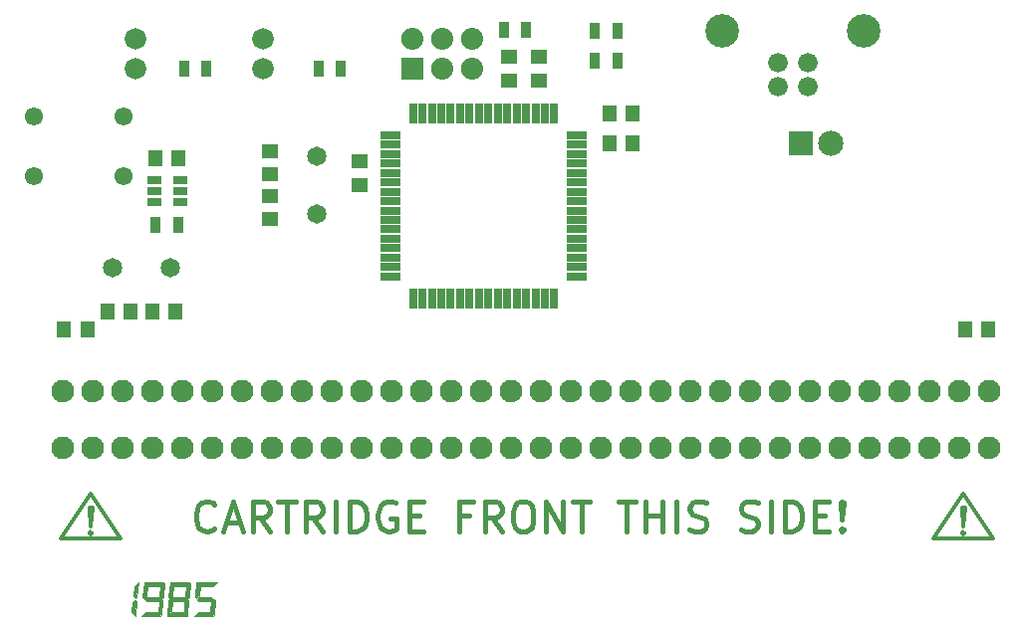
<source format=gbr>
G04 #@! TF.GenerationSoftware,KiCad,Pcbnew,(2017-02-04 revision 9a6e5734b)-master*
G04 #@! TF.CreationDate,2017-03-24T17:35:15+01:00*
G04 #@! TF.ProjectId,mega-prog,6D6567612D70726F672E6B696361645F,Proto 1*
G04 #@! TF.FileFunction,Soldermask,Top*
G04 #@! TF.FilePolarity,Negative*
%FSLAX46Y46*%
G04 Gerber Fmt 4.6, Leading zero omitted, Abs format (unit mm)*
G04 Created by KiCad (PCBNEW (2017-02-04 revision 9a6e5734b)-master) date Fri Mar 24 17:35:15 2017*
%MOMM*%
%LPD*%
G01*
G04 APERTURE LIST*
%ADD10C,0.100000*%
%ADD11C,0.304800*%
%ADD12C,0.457200*%
%ADD13C,0.010000*%
%ADD14R,0.652400X1.652400*%
%ADD15R,1.652400X0.652400*%
%ADD16C,1.676400*%
%ADD17C,2.852420*%
%ADD18C,1.549400*%
%ADD19R,1.402400X1.152400*%
%ADD20C,1.930400*%
%ADD21R,1.152400X1.402400*%
%ADD22C,1.828800*%
%ADD23R,0.852400X1.452400*%
%ADD24C,1.653540*%
%ADD25R,2.151380X2.151380*%
%ADD26C,2.151380*%
%ADD27R,1.879600X1.879600*%
%ADD28O,1.879600X1.879600*%
%ADD29R,1.212400X0.802400*%
G04 APERTURE END LIST*
D10*
D11*
X184150000Y-110617000D02*
G75*
G03X184150000Y-110617000I-127000J0D01*
G01*
X184023000Y-110109000D02*
X183896000Y-108458000D01*
X184150000Y-108458000D02*
X184023000Y-110109000D01*
X183896000Y-108458000D02*
X184150000Y-108458000D01*
X181483000Y-111125000D02*
X186563000Y-111125000D01*
X184023000Y-107315000D02*
X181483000Y-111125000D01*
X186563000Y-111125000D02*
X184023000Y-107315000D01*
X109982000Y-110617000D02*
G75*
G03X109982000Y-110617000I-127000J0D01*
G01*
X109855000Y-110109000D02*
X109728000Y-108458000D01*
X109982000Y-108458000D02*
X109855000Y-110109000D01*
X109728000Y-108458000D02*
X109982000Y-108458000D01*
X109855000Y-107315000D02*
X107315000Y-111125000D01*
X112395000Y-111125000D02*
X109855000Y-107315000D01*
X107315000Y-111125000D02*
X112395000Y-111125000D01*
D12*
X120359714Y-110254142D02*
X120238761Y-110375095D01*
X119875904Y-110496047D01*
X119634000Y-110496047D01*
X119271142Y-110375095D01*
X119029238Y-110133190D01*
X118908285Y-109891285D01*
X118787333Y-109407476D01*
X118787333Y-109044619D01*
X118908285Y-108560809D01*
X119029238Y-108318904D01*
X119271142Y-108077000D01*
X119634000Y-107956047D01*
X119875904Y-107956047D01*
X120238761Y-108077000D01*
X120359714Y-108197952D01*
X121327333Y-109770333D02*
X122536857Y-109770333D01*
X121085428Y-110496047D02*
X121932095Y-107956047D01*
X122778761Y-110496047D01*
X125076857Y-110496047D02*
X124230190Y-109286523D01*
X123625428Y-110496047D02*
X123625428Y-107956047D01*
X124593047Y-107956047D01*
X124834952Y-108077000D01*
X124955904Y-108197952D01*
X125076857Y-108439857D01*
X125076857Y-108802714D01*
X124955904Y-109044619D01*
X124834952Y-109165571D01*
X124593047Y-109286523D01*
X123625428Y-109286523D01*
X125802571Y-107956047D02*
X127254000Y-107956047D01*
X126528285Y-110496047D02*
X126528285Y-107956047D01*
X129552095Y-110496047D02*
X128705428Y-109286523D01*
X128100666Y-110496047D02*
X128100666Y-107956047D01*
X129068285Y-107956047D01*
X129310190Y-108077000D01*
X129431142Y-108197952D01*
X129552095Y-108439857D01*
X129552095Y-108802714D01*
X129431142Y-109044619D01*
X129310190Y-109165571D01*
X129068285Y-109286523D01*
X128100666Y-109286523D01*
X130640666Y-110496047D02*
X130640666Y-107956047D01*
X131850190Y-110496047D02*
X131850190Y-107956047D01*
X132454952Y-107956047D01*
X132817809Y-108077000D01*
X133059714Y-108318904D01*
X133180666Y-108560809D01*
X133301619Y-109044619D01*
X133301619Y-109407476D01*
X133180666Y-109891285D01*
X133059714Y-110133190D01*
X132817809Y-110375095D01*
X132454952Y-110496047D01*
X131850190Y-110496047D01*
X135720666Y-108077000D02*
X135478761Y-107956047D01*
X135115904Y-107956047D01*
X134753047Y-108077000D01*
X134511142Y-108318904D01*
X134390190Y-108560809D01*
X134269238Y-109044619D01*
X134269238Y-109407476D01*
X134390190Y-109891285D01*
X134511142Y-110133190D01*
X134753047Y-110375095D01*
X135115904Y-110496047D01*
X135357809Y-110496047D01*
X135720666Y-110375095D01*
X135841619Y-110254142D01*
X135841619Y-109407476D01*
X135357809Y-109407476D01*
X136930190Y-109165571D02*
X137776857Y-109165571D01*
X138139714Y-110496047D02*
X136930190Y-110496047D01*
X136930190Y-107956047D01*
X138139714Y-107956047D01*
X142010190Y-109165571D02*
X141163523Y-109165571D01*
X141163523Y-110496047D02*
X141163523Y-107956047D01*
X142373047Y-107956047D01*
X144792095Y-110496047D02*
X143945428Y-109286523D01*
X143340666Y-110496047D02*
X143340666Y-107956047D01*
X144308285Y-107956047D01*
X144550190Y-108077000D01*
X144671142Y-108197952D01*
X144792095Y-108439857D01*
X144792095Y-108802714D01*
X144671142Y-109044619D01*
X144550190Y-109165571D01*
X144308285Y-109286523D01*
X143340666Y-109286523D01*
X146364476Y-107956047D02*
X146848285Y-107956047D01*
X147090190Y-108077000D01*
X147332095Y-108318904D01*
X147453047Y-108802714D01*
X147453047Y-109649380D01*
X147332095Y-110133190D01*
X147090190Y-110375095D01*
X146848285Y-110496047D01*
X146364476Y-110496047D01*
X146122571Y-110375095D01*
X145880666Y-110133190D01*
X145759714Y-109649380D01*
X145759714Y-108802714D01*
X145880666Y-108318904D01*
X146122571Y-108077000D01*
X146364476Y-107956047D01*
X148541619Y-110496047D02*
X148541619Y-107956047D01*
X149993047Y-110496047D01*
X149993047Y-107956047D01*
X150839714Y-107956047D02*
X152291142Y-107956047D01*
X151565428Y-110496047D02*
X151565428Y-107956047D01*
X154710190Y-107956047D02*
X156161619Y-107956047D01*
X155435904Y-110496047D02*
X155435904Y-107956047D01*
X157008285Y-110496047D02*
X157008285Y-107956047D01*
X157008285Y-109165571D02*
X158459714Y-109165571D01*
X158459714Y-110496047D02*
X158459714Y-107956047D01*
X159669238Y-110496047D02*
X159669238Y-107956047D01*
X160757809Y-110375095D02*
X161120666Y-110496047D01*
X161725428Y-110496047D01*
X161967333Y-110375095D01*
X162088285Y-110254142D01*
X162209238Y-110012238D01*
X162209238Y-109770333D01*
X162088285Y-109528428D01*
X161967333Y-109407476D01*
X161725428Y-109286523D01*
X161241619Y-109165571D01*
X160999714Y-109044619D01*
X160878761Y-108923666D01*
X160757809Y-108681761D01*
X160757809Y-108439857D01*
X160878761Y-108197952D01*
X160999714Y-108077000D01*
X161241619Y-107956047D01*
X161846380Y-107956047D01*
X162209238Y-108077000D01*
X165112095Y-110375095D02*
X165474952Y-110496047D01*
X166079714Y-110496047D01*
X166321619Y-110375095D01*
X166442571Y-110254142D01*
X166563523Y-110012238D01*
X166563523Y-109770333D01*
X166442571Y-109528428D01*
X166321619Y-109407476D01*
X166079714Y-109286523D01*
X165595904Y-109165571D01*
X165354000Y-109044619D01*
X165233047Y-108923666D01*
X165112095Y-108681761D01*
X165112095Y-108439857D01*
X165233047Y-108197952D01*
X165354000Y-108077000D01*
X165595904Y-107956047D01*
X166200666Y-107956047D01*
X166563523Y-108077000D01*
X167652095Y-110496047D02*
X167652095Y-107956047D01*
X168861619Y-110496047D02*
X168861619Y-107956047D01*
X169466380Y-107956047D01*
X169829238Y-108077000D01*
X170071142Y-108318904D01*
X170192095Y-108560809D01*
X170313047Y-109044619D01*
X170313047Y-109407476D01*
X170192095Y-109891285D01*
X170071142Y-110133190D01*
X169829238Y-110375095D01*
X169466380Y-110496047D01*
X168861619Y-110496047D01*
X171401619Y-109165571D02*
X172248285Y-109165571D01*
X172611142Y-110496047D02*
X171401619Y-110496047D01*
X171401619Y-107956047D01*
X172611142Y-107956047D01*
X173699714Y-110254142D02*
X173820666Y-110375095D01*
X173699714Y-110496047D01*
X173578761Y-110375095D01*
X173699714Y-110254142D01*
X173699714Y-110496047D01*
X173699714Y-109528428D02*
X173578761Y-108077000D01*
X173699714Y-107956047D01*
X173820666Y-108077000D01*
X173699714Y-109528428D01*
X173699714Y-107956047D01*
D13*
G36*
X115765980Y-115180340D02*
X116110770Y-114870930D01*
X116000150Y-116083550D01*
X115875740Y-116198990D01*
X115691330Y-116004990D01*
X115765980Y-115180340D01*
X115765980Y-115180340D01*
G37*
X115765980Y-115180340D02*
X116110770Y-114870930D01*
X116000150Y-116083550D01*
X115875740Y-116198990D01*
X115691330Y-116004990D01*
X115765980Y-115180340D01*
G36*
X113462660Y-115996370D02*
X113537150Y-115148010D01*
X113885340Y-114828660D01*
X113775050Y-116077200D01*
X113646690Y-116195970D01*
X113462660Y-115996370D01*
X113462660Y-115996370D01*
G37*
X113462660Y-115996370D02*
X113537150Y-115148010D01*
X113885340Y-114828660D01*
X113775050Y-116077200D01*
X113646690Y-116195970D01*
X113462660Y-115996370D01*
G36*
X113743410Y-116437660D02*
X113634150Y-117681964D01*
X113347040Y-117362846D01*
X113417250Y-116514050D01*
X113633340Y-116314670D01*
X113743410Y-116437660D01*
X113743410Y-116437660D01*
G37*
X113743410Y-116437660D02*
X113634150Y-117681964D01*
X113347040Y-117362846D01*
X113417250Y-116514050D01*
X113633340Y-116314670D01*
X113743410Y-116437660D01*
G36*
X120431450Y-116416670D02*
X120321160Y-117608722D01*
X120038400Y-117303710D01*
X120109410Y-116489960D01*
X120325400Y-116298660D01*
X120431450Y-116416670D01*
X120431450Y-116416670D01*
G37*
X120431450Y-116416670D02*
X120321160Y-117608722D01*
X120038400Y-117303710D01*
X120109410Y-116489960D01*
X120325400Y-116298660D01*
X120431450Y-116416670D01*
G36*
X120564380Y-114822650D02*
X120224910Y-115128860D01*
X119193940Y-115128860D01*
X118905410Y-114822650D01*
X120564380Y-114822650D01*
X120564380Y-114822650D01*
G37*
X120564380Y-114822650D02*
X120224910Y-115128860D01*
X119193940Y-115128860D01*
X118905410Y-114822650D01*
X120564380Y-114822650D01*
G36*
X120135730Y-116082300D02*
X120279770Y-116241370D01*
X120106910Y-116400500D01*
X119032750Y-116400500D01*
X118896900Y-116241370D01*
X119061560Y-116082300D01*
X120135730Y-116082300D01*
X120135730Y-116082300D01*
G37*
X120135730Y-116082300D02*
X120279770Y-116241370D01*
X120106910Y-116400500D01*
X119032750Y-116400500D01*
X118896900Y-116241370D01*
X119061560Y-116082300D01*
X120135730Y-116082300D01*
G36*
X118731540Y-116079260D02*
X118841770Y-114861760D01*
X119128830Y-115172260D01*
X119057980Y-116000590D01*
X118841770Y-116195260D01*
X118731540Y-116079260D01*
X118731540Y-116079260D01*
G37*
X118731540Y-116079260D02*
X118841770Y-114861760D01*
X119128830Y-115172260D01*
X119057980Y-116000590D01*
X118841770Y-116195260D01*
X118731540Y-116079260D01*
G36*
X120273470Y-117676159D02*
X118680650Y-117676159D01*
X119010680Y-117357908D01*
X120000520Y-117357908D01*
X120273470Y-117676159D01*
X120273470Y-117676159D01*
G37*
X120273470Y-117676159D02*
X118680650Y-117676159D01*
X119010680Y-117357908D01*
X120000520Y-117357908D01*
X120273470Y-117676159D01*
G36*
X115973180Y-116422960D02*
X115864020Y-117642468D01*
X115581200Y-117330456D01*
X115651450Y-116497940D01*
X115867330Y-116302410D01*
X115973180Y-116422960D01*
X115973180Y-116422960D01*
G37*
X115973180Y-116422960D02*
X115864020Y-117642468D01*
X115581200Y-117330456D01*
X115651450Y-116497940D01*
X115867330Y-116302410D01*
X115973180Y-116422960D01*
G36*
X116056510Y-114817330D02*
X115727690Y-115126620D01*
X114728770Y-115126620D01*
X114449260Y-114817330D01*
X116056510Y-114817330D01*
X116056510Y-114817330D01*
G37*
X116056510Y-114817330D02*
X115727690Y-115126620D01*
X114728770Y-115126620D01*
X114449260Y-114817330D01*
X116056510Y-114817330D01*
G36*
X115680160Y-116088050D02*
X115824040Y-116242730D01*
X115651300Y-116397410D01*
X114576860Y-116397410D01*
X114441010Y-116242730D01*
X114605720Y-116088050D01*
X115680160Y-116088050D01*
X115680160Y-116088050D01*
G37*
X115680160Y-116088050D02*
X115824040Y-116242730D01*
X115651300Y-116397410D01*
X114576860Y-116397410D01*
X114441010Y-116242730D01*
X114605720Y-116088050D01*
X115680160Y-116088050D01*
G36*
X114280800Y-116083490D02*
X114390180Y-114870810D01*
X114675060Y-115180120D01*
X114604800Y-116005090D01*
X114390180Y-116198990D01*
X114280800Y-116083490D01*
X114280800Y-116083490D01*
G37*
X114280800Y-116083490D02*
X114390180Y-114870810D01*
X114675060Y-115180120D01*
X114604800Y-116005090D01*
X114390180Y-116198990D01*
X114280800Y-116083490D01*
G36*
X115805760Y-117686847D02*
X114158400Y-117686847D01*
X114499660Y-117390894D01*
X115523470Y-117390894D01*
X115805760Y-117686847D01*
X115805760Y-117686847D01*
G37*
X115805760Y-117686847D02*
X114158400Y-117686847D01*
X114499660Y-117390894D01*
X115523470Y-117390894D01*
X115805760Y-117686847D01*
G36*
X117890980Y-116017740D02*
X117965480Y-115182400D01*
X118308580Y-114869040D01*
X118199090Y-116097330D01*
X118074970Y-116214300D01*
X117890980Y-116017740D01*
X117890980Y-116017740D01*
G37*
X117890980Y-116017740D02*
X117965480Y-115182400D01*
X118308580Y-114869040D01*
X118199090Y-116097330D01*
X118074970Y-116214300D01*
X117890980Y-116017740D01*
G36*
X118170060Y-116422850D02*
X118060860Y-117647079D01*
X117777930Y-117333874D01*
X117848180Y-116498100D01*
X118064160Y-116301810D01*
X118170060Y-116422850D01*
X118170060Y-116422850D01*
G37*
X118170060Y-116422850D02*
X118060860Y-117647079D01*
X117777930Y-117333874D01*
X117848180Y-116498100D01*
X118064160Y-116301810D01*
X118170060Y-116422850D01*
G36*
X118261430Y-114819980D02*
X117922020Y-115133360D01*
X116890980Y-115133360D01*
X116602470Y-114819980D01*
X118261430Y-114819980D01*
X118261430Y-114819980D01*
G37*
X118261430Y-114819980D02*
X117922020Y-115133360D01*
X116890980Y-115133360D01*
X116602470Y-114819980D01*
X118261430Y-114819980D01*
G36*
X117888980Y-116088760D02*
X118037520Y-116245380D01*
X117859190Y-116402070D01*
X116747810Y-116402070D01*
X116610010Y-116245380D01*
X116779930Y-116088760D01*
X117888980Y-116088760D01*
X117888980Y-116088760D01*
G37*
X117888980Y-116088760D02*
X118037520Y-116245380D01*
X117859190Y-116402070D01*
X116747810Y-116402070D01*
X116610010Y-116245380D01*
X116779930Y-116088760D01*
X117888980Y-116088760D01*
G36*
X116477410Y-116099980D02*
X116586950Y-114871520D01*
X116874220Y-115184840D01*
X116799680Y-116020230D01*
X116586190Y-116216950D01*
X116477410Y-116099980D01*
X116477410Y-116099980D01*
X116477410Y-116099980D01*
G37*
X116477410Y-116099980D02*
X116586950Y-114871520D01*
X116874220Y-115184840D01*
X116799680Y-116020230D01*
X116586190Y-116216950D01*
X116477410Y-116099980D01*
X116477410Y-116099980D01*
G36*
X118026680Y-117686847D02*
X116360830Y-117686847D01*
X116708750Y-117373533D01*
X117741840Y-117373533D01*
X118026680Y-117686847D01*
X118026680Y-117686847D01*
G37*
X118026680Y-117686847D02*
X116360830Y-117686847D01*
X116708750Y-117373533D01*
X117741840Y-117373533D01*
X118026680Y-117686847D01*
G36*
X116684010Y-117336315D02*
X116336560Y-117649738D01*
X116445790Y-116425510D01*
X116572520Y-116304470D01*
X116754220Y-116500650D01*
X116684010Y-117336315D01*
X116684010Y-117336315D01*
G37*
X116684010Y-117336315D02*
X116336560Y-117649738D01*
X116445790Y-116425510D01*
X116572520Y-116304470D01*
X116754220Y-116500650D01*
X116684010Y-117336315D01*
D14*
X149256000Y-74904000D03*
X148456000Y-74904000D03*
X147656000Y-74904000D03*
X146856000Y-74904000D03*
X146056000Y-74904000D03*
X145256000Y-74904000D03*
X144456000Y-74904000D03*
X143656000Y-74904000D03*
X142856000Y-74904000D03*
X142056000Y-74904000D03*
X141256000Y-74904000D03*
X140456000Y-74904000D03*
X139656000Y-74904000D03*
X138856000Y-74904000D03*
X138056000Y-74904000D03*
X137256000Y-74904000D03*
D15*
X135356000Y-76804000D03*
X135356000Y-77604000D03*
X135356000Y-78404000D03*
X135356000Y-79204000D03*
X135356000Y-80004000D03*
X135356000Y-80804000D03*
X135356000Y-81604000D03*
X135356000Y-82404000D03*
X135356000Y-83204000D03*
X135356000Y-84004000D03*
X135356000Y-84804000D03*
X135356000Y-85604000D03*
X135356000Y-86404000D03*
X135356000Y-87204000D03*
X135356000Y-88004000D03*
X135356000Y-88804000D03*
D14*
X137256000Y-90704000D03*
X138056000Y-90704000D03*
X138856000Y-90704000D03*
X139656000Y-90704000D03*
X140456000Y-90704000D03*
X141256000Y-90704000D03*
X142056000Y-90704000D03*
X142856000Y-90704000D03*
X143656000Y-90704000D03*
X144456000Y-90704000D03*
X145256000Y-90704000D03*
X146056000Y-90704000D03*
X146856000Y-90704000D03*
X147656000Y-90704000D03*
X148456000Y-90704000D03*
X149256000Y-90704000D03*
D15*
X151156000Y-88804000D03*
X151156000Y-88004000D03*
X151156000Y-87204000D03*
X151156000Y-86404000D03*
X151156000Y-85604000D03*
X151156000Y-84804000D03*
X151156000Y-84004000D03*
X151156000Y-83204000D03*
X151156000Y-82404000D03*
X151156000Y-81604000D03*
X151156000Y-80804000D03*
X151156000Y-80004000D03*
X151156000Y-79204000D03*
X151156000Y-78404000D03*
X151156000Y-77604000D03*
X151156000Y-76804000D03*
D16*
X168275000Y-72644000D03*
X170815000Y-72644000D03*
X170815000Y-70645020D03*
X168275000Y-70645020D03*
D17*
X163545520Y-67945000D03*
X175544480Y-67945000D03*
D18*
X104993294Y-80320142D03*
X104993294Y-75240142D03*
X112613294Y-80320142D03*
X112613294Y-75240142D03*
D19*
X125095000Y-80121000D03*
X125095000Y-78121000D03*
D20*
X107442000Y-103378000D03*
X109982000Y-103378000D03*
X112522000Y-103378000D03*
X115062000Y-103378000D03*
X117602000Y-103378000D03*
X120142000Y-103378000D03*
X122682000Y-103378000D03*
X125222000Y-103378000D03*
X127762000Y-103378000D03*
X130302000Y-103378000D03*
X132842000Y-103378000D03*
X135382000Y-103378000D03*
X137922000Y-103378000D03*
X140462000Y-103378000D03*
X143002000Y-103378000D03*
X145542000Y-103378000D03*
X148082000Y-103378000D03*
X150622000Y-103378000D03*
X153162000Y-103378000D03*
X155702000Y-103378000D03*
X158242000Y-103378000D03*
X160782000Y-103378000D03*
X163322000Y-103378000D03*
X165862000Y-103378000D03*
X168402000Y-103378000D03*
X170942000Y-103378000D03*
X173482000Y-103378000D03*
X176022000Y-103378000D03*
X178562000Y-103378000D03*
X181102000Y-103378000D03*
X183642000Y-103378000D03*
X186182000Y-103378000D03*
X115062000Y-98552000D03*
X107442000Y-98552000D03*
X109982000Y-98552000D03*
X112522000Y-98552000D03*
X117602000Y-98552000D03*
X127762000Y-98552000D03*
X120142000Y-98552000D03*
X122682000Y-98552000D03*
X125222000Y-98552000D03*
X130302000Y-98552000D03*
X132842000Y-98552000D03*
X143002000Y-98552000D03*
X135382000Y-98552000D03*
X137922000Y-98552000D03*
X140462000Y-98552000D03*
X145542000Y-98552000D03*
X148082000Y-98552000D03*
X170942000Y-98552000D03*
X173482000Y-98552000D03*
X176022000Y-98552000D03*
X178562000Y-98552000D03*
X181102000Y-98552000D03*
X183642000Y-98552000D03*
X168402000Y-98552000D03*
X186182000Y-98552000D03*
X150622000Y-98552000D03*
X153162000Y-98552000D03*
X155702000Y-98552000D03*
X158242000Y-98552000D03*
X160782000Y-98552000D03*
X163322000Y-98552000D03*
X165862000Y-98552000D03*
D19*
X145415000Y-72120000D03*
X145415000Y-70120000D03*
X125095000Y-81931000D03*
X125095000Y-83931000D03*
D21*
X153940000Y-77470000D03*
X155940000Y-77470000D03*
X153940000Y-74930000D03*
X155940000Y-74930000D03*
D19*
X147955000Y-72120000D03*
X147955000Y-70120000D03*
X132715000Y-79010000D03*
X132715000Y-81010000D03*
D21*
X109585000Y-93345000D03*
X107585000Y-93345000D03*
X184150000Y-93345000D03*
X186150000Y-93345000D03*
D22*
X124460000Y-68580000D03*
X124460000Y-71120000D03*
X113665000Y-68580000D03*
X113665000Y-71120000D03*
D23*
X152720000Y-70485000D03*
X154620000Y-70485000D03*
X152720000Y-67945000D03*
X154620000Y-67945000D03*
X146873000Y-67818000D03*
X144973000Y-67818000D03*
X131125000Y-71120000D03*
X129225000Y-71120000D03*
X119695000Y-71120000D03*
X117795000Y-71120000D03*
D24*
X129032000Y-83466940D03*
X129032000Y-78585060D03*
D25*
X170180000Y-77470000D03*
D26*
X172720000Y-77470000D03*
D21*
X115332000Y-78740000D03*
X117332000Y-78740000D03*
X117078000Y-91770200D03*
X115078000Y-91770200D03*
X111268000Y-91770200D03*
X113268000Y-91770200D03*
D27*
X137160000Y-71120000D03*
D28*
X137160000Y-68580000D03*
X139700000Y-71120000D03*
X139700000Y-68580000D03*
X142240000Y-71120000D03*
X142240000Y-68580000D03*
D24*
X111732060Y-88087200D03*
X116613940Y-88087200D03*
D29*
X117432000Y-82484000D03*
X117432000Y-81534000D03*
X117432000Y-80584000D03*
X115232000Y-80584000D03*
X115232000Y-82484000D03*
X115232000Y-81534000D03*
D23*
X115382000Y-84455000D03*
X117282000Y-84455000D03*
M02*

</source>
